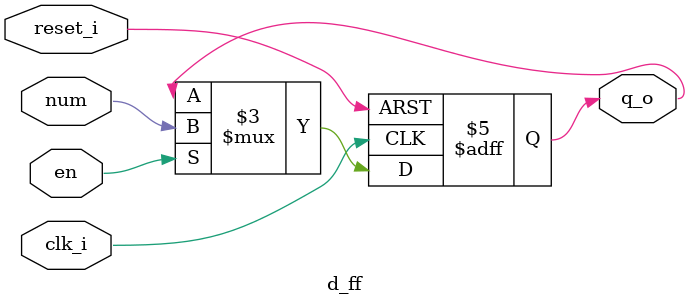
<source format=sv>
module d_ff(
    output logic q_o,
    input logic clk_i, reset_i, 
    input logic en,
    input logic num
);

always_ff @ (posedge clk_i or posedge reset_i)
begin
    if (reset_i)begin
        q_o <= 1'b0;
    end
    else begin
        if (en)
            q_o <= num;
        else
            q_o <= q_o;
    end
end

endmodule
</source>
